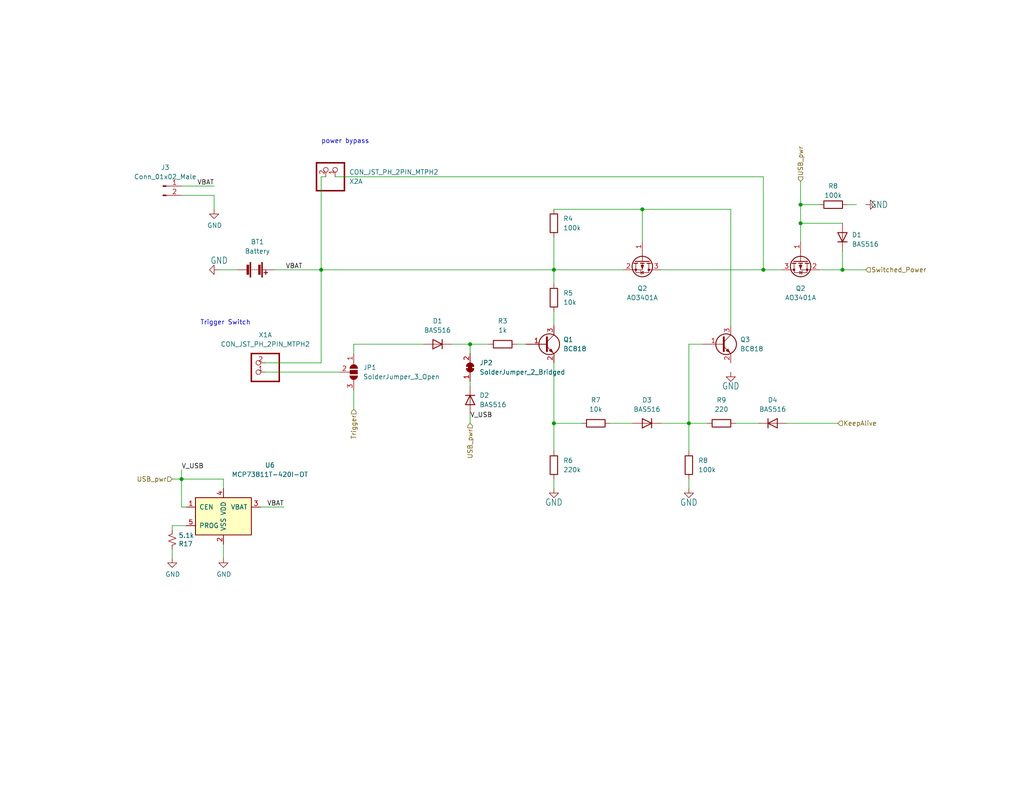
<source format=kicad_sch>
(kicad_sch (version 20230121) (generator eeschema)
  (paper "USLetter")
  (lib_symbols
    (symbol "Battery_Management:MCP73811T-420I-OT" (pin_names (offset 1.016))
      (property "Reference" "U" (at -6.35 6.35 0))
      (property "Value" "MCP73811T-420I-OT" (at 1.27 6.35 0))
      (symbol "MCP73811T-420I-OT_0_1"
        (rectangle (start -7.62 5.08) (end 7.62 -5.08) (stroke (width 0.254)) (fill (type background)))
      )
      (symbol "MCP73811T-420I-OT_1_1"
        (pin input line (at -10.16 2.54 0) (length 2.54) (name "CEN") (number "1"))
        (pin power_in line (at 0 -7.62 90) (length 2.54) (name "VSS") (number "2"))
        (pin power_out line (at 10.16 2.54 180) (length 2.54) (name "VBAT") (number "3"))
        (pin power_in line (at 0 7.62 270) (length 2.54) (name "VDD") (number "4"))
        (pin input line (at -10.16 -2.54 0) (length 2.54) (name "PROG") (number "5"))
      )
    )
    (symbol "Connector:Conn_01x02_Male" (pin_names (offset 1.016) hide)
      (property "Reference" "J" (at 0 2.54 0))
      (property "Value" "Conn_01x02_Male" (at 0 -5.08 0))
      (symbol "Conn_01x02_Male_1_1"
        (polyline (pts (xy 1.27 -2.54) (xy 0.8636 -2.54)) (stroke (width 0.1524)))
        (polyline (pts (xy 1.27 0) (xy 0.8636 0)) (stroke (width 0.1524)))
        (rectangle (start 0.8636 -2.413) (end 0 -2.667) (stroke (width 0.1524)) (fill (type outline)))
        (rectangle (start 0.8636 0.127) (end 0 -0.127) (stroke (width 0.1524)) (fill (type outline)))
        (pin passive line (at 5.08 0 180) (length 3.81) (name "Pin_1") (number "1"))
        (pin passive line (at 5.08 -2.54 180) (length 3.81) (name "Pin_2") (number "2"))
      )
    )
    (symbol "ControllerBoard-eagle-import:CON_JST_PH_2PIN_MTPH2"
      (property "Reference" "X" (at 0 5.588 90))
      (property "Value" "CON_JST_PH_2PIN_MTPH2" (at 1.651 5.588 90))
      (symbol "CON_JST_PH_2PIN_MTPH2_1_0"
        (polyline (pts (xy -6.35 -2.54) (xy 1.27 -2.54)) (stroke (width 0.4064)))
        (polyline (pts (xy -6.35 5.08) (xy -6.35 -2.54)) (stroke (width 0.4064)))
        (polyline (pts (xy 1.27 -2.54) (xy 1.27 5.08)) (stroke (width 0.4064)))
        (polyline (pts (xy 1.27 5.08) (xy -6.35 5.08)) (stroke (width 0.4064)))
        (pin passive inverted (at -2.54 2.54 0) (length 2.54) (name "1") (number "1"))
        (pin passive inverted (at -2.54 0 0) (length 2.54) (name "2") (number "2"))
      )
      (symbol "CON_JST_PH_2PIN_MTPH2_2_0"
        (circle (center 0 3.81) (radius 1.27) (stroke (width 0.254)))
        (pin bidirectional line (at 0 0 90) (length 2.54) (name "P$1") (number "NC2"))
      )
      (symbol "CON_JST_PH_2PIN_MTPH2_3_0"
        (circle (center 0 3.81) (radius 1.27) (stroke (width 0.254)))
        (pin bidirectional line (at 0 0 90) (length 2.54) (name "P$1") (number "NC1"))
      )
    )
    (symbol "Device:Battery" (pin_numbers hide) (pin_names (offset 0) hide)
      (property "Reference" "BT" (at 2.54 2.54 0))
      (property "Value" "Battery" (at 2.54 0 0))
      (symbol "Battery_0_1"
        (rectangle (start -2.032 -1.397) (end 2.032 -1.651) (fill (type outline)))
        (rectangle (start -2.032 1.778) (end 2.032 1.524) (fill (type outline)))
        (rectangle (start -1.3208 -1.9812) (end 1.27 -2.4892) (fill (type outline)))
        (rectangle (start -1.3208 1.1938) (end 1.27 0.6858) (fill (type outline)))
        (polyline (pts (xy 0 -1.524) (xy 0 -1.27)))
        (polyline (pts (xy 0 -1.016) (xy 0 -0.762)))
        (polyline (pts (xy 0 -0.508) (xy 0 -0.254)))
        (polyline (pts (xy 0 0) (xy 0 0.254)))
        (polyline (pts (xy 0 0.508) (xy 0 0.762)))
        (polyline (pts (xy 0 1.778) (xy 0 2.54)))
        (polyline (pts (xy 0.254 2.667) (xy 1.27 2.667)) (stroke (width 0.254)))
        (polyline (pts (xy 0.762 3.175) (xy 0.762 2.159)) (stroke (width 0.254)))
      )
      (symbol "Battery_1_1"
        (pin passive line (at 0 5.08 270) (length 2.54) (name "+") (number "1"))
        (pin passive line (at 0 -5.08 90) (length 2.54) (name "-") (number "2"))
      )
    )
    (symbol "Device:R" (pin_numbers hide) (pin_names (offset 0))
      (property "Reference" "R" (at 2.032 0 90))
      (property "Value" "R" (at 0 0 90))
      (symbol "R_0_1"
        (rectangle (start -1.016 -2.54) (end 1.016 2.54) (stroke (width 0.254)))
      )
      (symbol "R_1_1"
        (pin passive line (at 0 3.81 270) (length 1.27) (name "~") (number "1"))
        (pin passive line (at 0 -3.81 90) (length 1.27) (name "~") (number "2"))
      )
    )
    (symbol "Diode:BAS516" (pin_numbers hide) (pin_names (offset 1.016) hide)
      (property "Reference" "D" (at 0 2.54 0))
      (property "Value" "BAS516" (at 0 -2.54 0))
      (symbol "BAS516_0_1"
        (polyline (pts (xy -1.27 1.27) (xy -1.27 -1.27)) (stroke (width 0.254)))
        (polyline (pts (xy 1.27 0) (xy -1.27 0)))
        (polyline (pts (xy 1.27 1.27) (xy 1.27 -1.27) (xy -1.27 0) (xy 1.27 1.27)) (stroke (width 0.254)))
      )
      (symbol "BAS516_1_1"
        (pin passive line (at -3.81 0 0) (length 2.54) (name "K") (number "1"))
        (pin passive line (at 3.81 0 180) (length 2.54) (name "A") (number "2"))
      )
    )
    (symbol "Jumper:SolderJumper_2_Bridged" (pin_names (offset 0) hide)
      (property "Reference" "JP" (at 0 2.032 0))
      (property "Value" "SolderJumper_2_Bridged" (at 0 -2.54 0))
      (symbol "SolderJumper_2_Bridged_0_1"
        (rectangle (start -0.508 0.508) (end 0.508 -0.508) (fill (type outline)))
        (arc (start -0.254 1.016) (mid -1.2656 0) (end -0.254 -1.016))
        (arc (start -0.254 1.016) (mid -1.2656 0) (end -0.254 -1.016) (fill (type outline)))
        (polyline (pts (xy -0.254 1.016) (xy -0.254 -1.016)))
        (polyline (pts (xy 0.254 1.016) (xy 0.254 -1.016)))
        (arc (start 0.254 -1.016) (mid 1.2656 0) (end 0.254 1.016))
        (arc (start 0.254 -1.016) (mid 1.2656 0) (end 0.254 1.016) (fill (type outline)))
      )
      (symbol "SolderJumper_2_Bridged_1_1"
        (pin passive line (at -3.81 0 0) (length 2.54) (name "A") (number "1"))
        (pin passive line (at 3.81 0 180) (length 2.54) (name "B") (number "2"))
      )
    )
    (symbol "Jumper:SolderJumper_3_Open" (pin_names (offset 0) hide)
      (property "Reference" "JP" (at -2.54 -2.54 0))
      (property "Value" "SolderJumper_3_Open" (at 0 2.794 0))
      (symbol "SolderJumper_3_Open_0_1"
        (arc (start -1.016 1.016) (mid -2.0276 0) (end -1.016 -1.016))
        (arc (start -1.016 1.016) (mid -2.0276 0) (end -1.016 -1.016) (fill (type outline)))
        (rectangle (start -0.508 1.016) (end 0.508 -1.016) (fill (type outline)))
        (polyline (pts (xy -2.54 0) (xy -2.032 0)))
        (polyline (pts (xy -1.016 1.016) (xy -1.016 -1.016)))
        (polyline (pts (xy 0 -1.27) (xy 0 -1.016)))
        (polyline (pts (xy 1.016 1.016) (xy 1.016 -1.016)))
        (polyline (pts (xy 2.54 0) (xy 2.032 0)))
        (arc (start 1.016 -1.016) (mid 2.0276 0) (end 1.016 1.016))
        (arc (start 1.016 -1.016) (mid 2.0276 0) (end 1.016 1.016) (fill (type outline)))
      )
      (symbol "SolderJumper_3_Open_1_1"
        (pin passive line (at -5.08 0 0) (length 2.54) (name "A") (number "1"))
        (pin passive line (at 0 -3.81 90) (length 2.54) (name "C") (number "2"))
        (pin passive line (at 5.08 0 180) (length 2.54) (name "B") (number "3"))
      )
    )
    (symbol "Transistor_BJT:BC818" (pin_names (offset 0) hide)
      (property "Reference" "Q" (at 5.08 1.905 0))
      (property "Value" "BC818" (at 5.08 0 0))
      (symbol "BC818_0_1"
        (polyline (pts (xy 0.635 0.635) (xy 2.54 2.54)))
        (polyline (pts (xy 0.635 -0.635) (xy 2.54 -2.54) (xy 2.54 -2.54)))
        (polyline (pts (xy 0.635 1.905) (xy 0.635 -1.905) (xy 0.635 -1.905)) (stroke (width 0.508)))
        (polyline (pts (xy 1.27 -1.778) (xy 1.778 -1.27) (xy 2.286 -2.286) (xy 1.27 -1.778) (xy 1.27 -1.778)) (fill (type outline)))
        (circle (center 1.27 0) (radius 2.8194) (stroke (width 0.254)))
      )
      (symbol "BC818_1_1"
        (pin input line (at -5.08 0 0) (length 5.715) (name "B") (number "1"))
        (pin passive line (at 2.54 -5.08 90) (length 2.54) (name "E") (number "2"))
        (pin passive line (at 2.54 5.08 270) (length 2.54) (name "C") (number "3"))
      )
    )
    (symbol "Transistor_FET:AO3401A" (pin_names hide)
      (property "Reference" "Q" (at 5.08 1.905 0))
      (property "Value" "AO3401A" (at 5.08 0 0))
      (symbol "AO3401A_0_1"
        (polyline (pts (xy 0.254 0) (xy -2.54 0)))
        (polyline (pts (xy 0.254 1.905) (xy 0.254 -1.905)) (stroke (width 0.254)))
        (polyline (pts (xy 0.762 -1.27) (xy 0.762 -2.286)) (stroke (width 0.254)))
        (polyline (pts (xy 0.762 0.508) (xy 0.762 -0.508)) (stroke (width 0.254)))
        (polyline (pts (xy 0.762 2.286) (xy 0.762 1.27)) (stroke (width 0.254)))
        (polyline (pts (xy 2.54 2.54) (xy 2.54 1.778)))
        (polyline (pts (xy 2.54 -2.54) (xy 2.54 0) (xy 0.762 0)))
        (polyline (pts (xy 0.762 1.778) (xy 3.302 1.778) (xy 3.302 -1.778) (xy 0.762 -1.778)))
        (polyline (pts (xy 2.286 0) (xy 1.27 0.381) (xy 1.27 -0.381) (xy 2.286 0)) (fill (type outline)))
        (polyline (pts (xy 2.794 -0.508) (xy 2.921 -0.381) (xy 3.683 -0.381) (xy 3.81 -0.254)))
        (polyline (pts (xy 3.302 -0.381) (xy 2.921 0.254) (xy 3.683 0.254) (xy 3.302 -0.381)))
        (circle (center 1.651 0) (radius 2.794) (stroke (width 0.254)))
        (circle (center 2.54 -1.778) (radius 0.254) (fill (type outline)))
        (circle (center 2.54 1.778) (radius 0.254) (fill (type outline)))
      )
      (symbol "AO3401A_1_1"
        (pin input line (at -5.08 0 0) (length 2.54) (name "G") (number "1"))
        (pin passive line (at 2.54 -5.08 90) (length 2.54) (name "S") (number "2"))
        (pin passive line (at 2.54 5.08 270) (length 2.54) (name "D") (number "3"))
      )
    )
    (symbol "power:GND" (power) (pin_names (offset 0))
      (property "Value" "GND" (at 0 -3.81 0))
      (symbol "GND_0_1"
        (polyline (pts (xy 0 0) (xy 0 -1.27) (xy 1.27 -1.27) (xy 0 -2.54) (xy -1.27 -1.27) (xy 0 -1.27)))
      )
      (symbol "GND_1_1"
        (pin power_in line (at 0 0 270) (length 0) hide (name "GND") (number "1"))
      )
    )
    (symbol "temp-sensor-rescue:GND-power-temp-sensor-rescue" (power) (pin_names (offset 0))
      (property "Value" "GND-power-temp-sensor-rescue" (at 0 -3.81 0))
      (symbol "GND-power-temp-sensor-rescue_0_1"
        (polyline (pts (xy 0 0) (xy 0 -1.27) (xy 1.27 -1.27) (xy 0 -2.54) (xy -1.27 -1.27) (xy 0 -1.27)))
      )
      (symbol "GND-power-temp-sensor-rescue_1_1"
        (pin power_in line (at 0 0 270) (length 0) hide (name "GND") (number "1"))
      )
    )
    (symbol "temp-sensor-rescue:R_Small_US-Device-temp-sensor-rescue" (pin_numbers hide) (pin_names (offset 0.254) hide)
      (property "Reference" "R" (at 0.762 0.508 0))
      (property "Value" "R_Small_US-Device-temp-sensor-rescue" (at 0.762 -1.016 0))
      (symbol "R_Small_US-Device-temp-sensor-rescue_1_1"
        (polyline (pts (xy 0 0) (xy 1.016 -0.381) (xy 0 -0.762) (xy -1.016 -1.143) (xy 0 -1.524)))
        (polyline (pts (xy 0 1.524) (xy 1.016 1.143) (xy 0 0.762) (xy -1.016 0.381) (xy 0 0)))
        (pin passive line (at 0 2.54 270) (length 1.016) (name "~") (number "1"))
        (pin passive line (at 0 -2.54 90) (length 1.016) (name "~") (number "2"))
      )
    )
  )
  (junction (at 187.96 115.57))
  (junction (at 151.13 115.57))
  (junction (at 151.13 73.66))
  (junction (at 218.44 60.96))
  (junction (at 218.44 55.88))
  (junction (at 128.27 93.98))
  (junction (at 87.63 73.66))
  (junction (at 229.87 73.66))
  (junction (at 49.53 130.81))
  (junction (at 208.28 73.66))
  (junction (at 175.26 57.15))
  (wire (pts (xy 87.63 73.66) (xy 87.63 99.06)))
  (wire (pts (xy 128.27 96.52) (xy 128.27 93.98)))
  (wire (pts (xy 96.52 93.98) (xy 115.57 93.98)))
  (wire (pts (xy 166.37 115.57) (xy 172.72 115.57)))
  (wire (pts (xy 180.34 73.66) (xy 208.28 73.66)))
  (wire (pts (xy 46.99 144.78) (xy 46.99 143.51)))
  (wire (pts (xy 151.13 130.81) (xy 151.13 133.35)))
  (wire (pts (xy 187.96 130.81) (xy 187.96 133.35)))
  (wire (pts (xy 58.42 53.34) (xy 49.53 53.34)))
  (wire (pts (xy 151.13 64.77) (xy 151.13 73.66)))
  (wire (pts (xy 187.96 123.19) (xy 187.96 115.57)))
  (wire (pts (xy 58.42 57.15) (xy 58.42 53.34)))
  (wire (pts (xy 96.52 93.98) (xy 96.52 96.52)))
  (wire (pts (xy 87.63 73.66) (xy 151.13 73.66)))
  (wire (pts (xy 49.53 130.81) (xy 49.53 128.27)))
  (wire (pts (xy 49.53 138.43) (xy 50.8 138.43)))
  (wire (pts (xy 218.44 55.88) (xy 218.44 60.96)))
  (wire (pts (xy 87.63 48.26) (xy 87.63 73.66)))
  (wire (pts (xy 218.44 55.88) (xy 223.52 55.88)))
  (wire (pts (xy 151.13 115.57) (xy 151.13 123.19)))
  (wire (pts (xy 187.96 93.98) (xy 191.77 93.98)))
  (wire (pts (xy 228.6 115.57) (xy 214.63 115.57)))
  (wire (pts (xy 96.52 111.76) (xy 96.52 106.68)))
  (wire (pts (xy 151.13 85.09) (xy 151.13 88.9)))
  (wire (pts (xy 151.13 57.15) (xy 175.26 57.15)))
  (wire (pts (xy 128.27 93.98) (xy 133.35 93.98)))
  (wire (pts (xy 59.69 73.66) (xy 64.77 73.66)))
  (wire (pts (xy 151.13 73.66) (xy 170.18 73.66)))
  (wire (pts (xy 128.27 113.03) (xy 128.27 115.57)))
  (wire (pts (xy 151.13 99.06) (xy 151.13 115.57)))
  (wire (pts (xy 60.96 130.81) (xy 60.96 133.35)))
  (wire (pts (xy 208.28 48.26) (xy 208.28 73.66)))
  (wire (pts (xy 72.39 101.6) (xy 92.71 101.6)))
  (wire (pts (xy 60.96 152.4) (xy 60.96 148.59)))
  (wire (pts (xy 199.39 57.15) (xy 199.39 88.9)))
  (wire (pts (xy 151.13 77.47) (xy 151.13 73.66)))
  (wire (pts (xy 46.99 143.51) (xy 50.8 143.51)))
  (wire (pts (xy 231.14 55.88) (xy 233.68 55.88)))
  (wire (pts (xy 71.12 138.43) (xy 77.47 138.43)))
  (wire (pts (xy 123.19 93.98) (xy 128.27 93.98)))
  (wire (pts (xy 91.44 48.26) (xy 208.28 48.26)))
  (wire (pts (xy 72.39 99.06) (xy 87.63 99.06)))
  (wire (pts (xy 229.87 73.66) (xy 223.52 73.66)))
  (wire (pts (xy 46.99 149.86) (xy 46.99 152.4)))
  (wire (pts (xy 87.63 48.26) (xy 88.9 48.26)))
  (wire (pts (xy 180.34 115.57) (xy 187.96 115.57)))
  (wire (pts (xy 175.26 57.15) (xy 199.39 57.15)))
  (wire (pts (xy 46.99 130.81) (xy 49.53 130.81)))
  (wire (pts (xy 218.44 60.96) (xy 218.44 66.04)))
  (wire (pts (xy 140.97 93.98) (xy 143.51 93.98)))
  (wire (pts (xy 200.66 115.57) (xy 207.01 115.57)))
  (wire (pts (xy 229.87 73.66) (xy 236.22 73.66)))
  (wire (pts (xy 208.28 73.66) (xy 213.36 73.66)))
  (wire (pts (xy 175.26 57.15) (xy 175.26 66.04)))
  (wire (pts (xy 229.87 68.58) (xy 229.87 73.66)))
  (wire (pts (xy 218.44 60.96) (xy 229.87 60.96)))
  (wire (pts (xy 187.96 115.57) (xy 193.04 115.57)))
  (wire (pts (xy 218.44 49.53) (xy 218.44 55.88)))
  (wire (pts (xy 60.96 130.81) (xy 49.53 130.81)))
  (wire (pts (xy 49.53 50.8) (xy 58.42 50.8)))
  (wire (pts (xy 151.13 115.57) (xy 158.75 115.57)))
  (wire (pts (xy 49.53 130.81) (xy 49.53 138.43)))
  (wire (pts (xy 74.93 73.66) (xy 87.63 73.66)))
  (wire (pts (xy 187.96 93.98) (xy 187.96 115.57)))
  (wire (pts (xy 128.27 105.41) (xy 128.27 104.14)))
  (text "Trigger Switch" (at 54.61 88.9 0) (effects (font (size 1.27 1.27)) (justify left bottom)))
  (text "power bypass\n" (at 87.63 39.37 0) (effects (font (size 1.27 1.27)) (justify left bottom)))
  (label "V_USB" (at 128.27 114.3 0))
  (label "VBAT" (at 82.55 73.66 180))
  (label "VBAT" (at 58.42 50.8 180))
  (label "VBAT" (at 77.47 138.43 180))
  (label "V_USB" (at 49.53 128.27 0))
  (hierarchical_label "USB_pwr" (shape input) (at 128.27 115.57 270) (property "Intersheetrefs" "${INTERSHEET_REFS}" (effects hide)))
  (hierarchical_label "USB_pwr" (shape input) (at 218.44 49.53 90) (property "Intersheetrefs" "${INTERSHEET_REFS}" (effects hide)))
  (hierarchical_label "USB_pwr" (shape input) (at 46.99 130.81 180) (property "Intersheetrefs" "${INTERSHEET_REFS}" (effects hide)))
  (hierarchical_label "KeepAlive" (shape input) (at 228.6 115.57 0) (property "Intersheetrefs" "${INTERSHEET_REFS}" (effects hide)))
  (hierarchical_label "Switched_Power" (shape input) (at 236.22 73.66 0))
  (hierarchical_label "Trigger" (shape input) (at 96.52 111.76 270) (property "Intersheetrefs" "${INTERSHEET_REFS}" (effects hide)))
  (symbol (lib_id "Battery_Management:MCP73811T-420I-OT") (at 60.96 140.97 0) (unit 1)
    (property "Reference" "U6" (at 73.66 127 0))
    (property "Value" "MCP73811T-420I-OT" (at 73.66 129.54 0))
    (property "Footprint" "Package_TO_SOT_SMD:SOT-23-5" (effects hide))
    (property "Datasheet" "http://ww1.microchip.com/downloads/en/DeviceDoc/22036b.pdf" (effects hide))
    (instances (project "ControllerBoard" (path "" (reference "U6") (unit 1)) (path "" (reference "U5") (unit 1))) (project "temp sensor" (path "" (reference "U8") (unit 1))))
  )
  (symbol (lib_id "power:GND") (at 187.96 133.35 0) (unit 1)
    (property "Reference" "#GND02" (effects hide))
    (property "Value" "GND" (at 187.96 137.16 0) (effects (font (size 1.778 1.5113))))
    (property "Footprint" "ControllerBoard:" (effects hide))
    (instances (project "ControllerBoard" (path "" (reference "#GND02") (unit 1)) (path "" (reference "#GND03") (unit 1))))
  )
  (symbol (lib_id "temp-sensor-rescue:R_Small_US-Device-temp-sensor-rescue") (at 46.99 147.32 0) (mirror x) (unit 1)
    (property "Reference" "R17" (at 48.7172 148.4884 0) (effects (justify left)))
    (property "Value" "5.1k" (at 48.7172 146.177 0) (effects (justify left)))
    (property "Footprint" "Resistor_SMD:R_0402_1005Metric" (effects hide))
    (property "Datasheet" "https://www.mouser.com/datasheet/2/447/Yageo_03_18_2021_PYu_RC_Group_51_RoHS_L_11-2199992.pdf" (effects hide))
    (property "Description" "Thick Film Resistors - SMD 5.1K ohm 1%" (effects hide))
    (property "Manufacturer_Name" "Bourns" (effects hide))
    (property "Manufacturer_Part_Number" "CR0603-FX-5101ELF" (effects hide))
    (property "Mouser Part Number" "652-CR0603FX-5101ELF" (effects hide))
    (property "Mouser Price/Stock" "$0.10/78000" (effects hide))
    (property "PARTREV" "V3" (effects hide))
    (property "Configuration" "all" (effects hide))
    (instances (project "ControllerBoard" (path "" (reference "R17") (unit 1)) (path "" (reference "R17") (unit 1))) (project "temp sensor" (path "" (reference "R18") (unit 1))))
  )
  (symbol (lib_id "Device:R") (at 151.13 127 180) (unit 1)
    (property "Reference" "R6" (at 153.67 125.7299 0) (effects (justify right)))
    (property "Value" "220k" (at 153.67 128.2699 0) (effects (justify right)))
    (property "Footprint" "Resistor_SMD:R_0603_1608Metric_Pad0.98x0.95mm_HandSolder" (effects hide))
  )
  (symbol (lib_id "Diode:BAS516") (at 119.38 93.98 180) (unit 1)
    (property "Reference" "D1" (at 119.38 87.63 0))
    (property "Value" "BAS516" (at 119.38 90.17 0))
    (property "Footprint" "Diode_SMD:D_SOD-523" (effects hide))
    (property "Datasheet" "https://assets.nexperia.com/documents/data-sheet/BAS16_SER.pdf" (effects hide))
  )
  (symbol (lib_id "Transistor_FET:AO3401A") (at 218.44 71.12 90) (mirror x) (unit 1)
    (property "Reference" "Q2" (at 218.44 78.74 90))
    (property "Value" "AO3401A" (at 218.44 81.28 90))
    (property "Footprint" "Package_TO_SOT_SMD:SOT-23" (effects hide))
    (property "Datasheet" "http://www.aosmd.com/pdfs/datasheet/AO3401A.pdf" (effects hide))
    (instances (project "ControllerBoard" (path "" (reference "Q2") (unit 1)) (path "" (reference "Q4") (unit 1))))
  )
  (symbol (lib_id "Device:R") (at 196.85 115.57 270) (unit 1)
    (property "Reference" "R9" (at 196.85 109.22 90))
    (property "Value" "220" (at 196.85 111.76 90))
    (property "Footprint" "Resistor_SMD:R_0603_1608Metric_Pad0.98x0.95mm_HandSolder" (effects hide))
  )
  (symbol (lib_id "temp-sensor-rescue:GND-power-temp-sensor-rescue") (at 60.96 152.4 0) (unit 1)
    (property "Reference" "#PWR022" (effects hide))
    (property "Value" "GND" (at 61.087 156.7942 0))
    (instances (project "ControllerBoard" (path "" (reference "#PWR022") (unit 1)) (path "" (reference "#PWR09") (unit 1))) (project "temp sensor" (path "" (reference "#PWR030") (unit 1))))
  )
  (symbol (lib_id "Transistor_FET:AO3401A") (at 175.26 71.12 270) (unit 1)
    (property "Reference" "Q2" (at 175.26 78.74 90))
    (property "Value" "AO3401A" (at 175.26 81.28 90))
    (property "Footprint" "Package_TO_SOT_SMD:SOT-23" (effects hide))
    (property "Datasheet" "http://www.aosmd.com/pdfs/datasheet/AO3401A.pdf" (effects hide))
  )
  (symbol (lib_id "Diode:BAS516") (at 229.87 64.77 90) (unit 1)
    (property "Reference" "D1" (at 232.41 64.135 90) (effects (justify right)))
    (property "Value" "BAS516" (at 232.41 66.675 90) (effects (justify right)))
    (property "Footprint" "Diode_SMD:D_SOD-523" (effects hide))
    (property "Datasheet" "https://assets.nexperia.com/documents/data-sheet/BAS16_SER.pdf" (effects hide))
    (instances (project "ControllerBoard" (path "" (reference "D1") (unit 1)) (path "" (reference "D6") (unit 1))))
  )
  (symbol (lib_id "Device:R") (at 151.13 81.28 180) (unit 1)
    (property "Reference" "R5" (at 153.67 80.0099 0) (effects (justify right)))
    (property "Value" "10k" (at 153.67 82.5499 0) (effects (justify right)))
    (property "Footprint" "Resistor_SMD:R_0603_1608Metric_Pad0.98x0.95mm_HandSolder" (effects hide))
  )
  (symbol (lib_id "Device:R") (at 162.56 115.57 270) (unit 1)
    (property "Reference" "R7" (at 162.56 109.22 90))
    (property "Value" "10k" (at 162.56 111.76 90))
    (property "Footprint" "Resistor_SMD:R_0603_1608Metric_Pad0.98x0.95mm_HandSolder" (effects hide))
  )
  (symbol (lib_id "Connector:Conn_01x02_Male") (at 44.45 50.8 0) (unit 1)
    (property "Reference" "J3" (at 45.085 45.72 0))
    (property "Value" "Conn_01x02_Male" (at 45.085 48.26 0))
    (property "Footprint" "Connector_JST:JST_PH_S2B-PH-K_1x02_P2.00mm_Horizontal" (effects hide))
    (instances (project "ControllerBoard" (path "" (reference "J3") (unit 1)) (path "" (reference "J3") (unit 1))) (project "temp sensor" (path "" (reference "J4") (unit 1))))
  )
  (symbol (lib_id "temp-sensor-rescue:GND-power-temp-sensor-rescue") (at 46.99 152.4 0) (unit 1)
    (property "Reference" "#PWR021" (effects hide))
    (property "Value" "GND" (at 47.117 156.7942 0))
    (instances (project "ControllerBoard" (path "" (reference "#PWR021") (unit 1)) (path "" (reference "#PWR08") (unit 1))) (project "temp sensor" (path "" (reference "#PWR025") (unit 1))))
  )
  (symbol (lib_id "Device:R") (at 137.16 93.98 90) (unit 1)
    (property "Reference" "R3" (at 137.16 87.63 90))
    (property "Value" "1k" (at 137.16 90.17 90))
    (property "Footprint" "Resistor_SMD:R_0603_1608Metric_Pad0.98x0.95mm_HandSolder" (effects hide))
  )
  (symbol (lib_id "Diode:BAS516") (at 210.82 115.57 0) (unit 1)
    (property "Reference" "D4" (at 210.82 109.22 0))
    (property "Value" "BAS516" (at 210.82 111.76 0))
    (property "Footprint" "Diode_SMD:D_SOD-523" (effects hide))
    (property "Datasheet" "https://assets.nexperia.com/documents/data-sheet/BAS16_SER.pdf" (effects hide))
  )
  (symbol (lib_id "power:GND") (at 199.39 101.6 0) (unit 1)
    (property "Reference" "#GND03" (effects hide))
    (property "Value" "GND" (at 199.39 105.41 0) (effects (font (size 1.778 1.5113))))
    (property "Footprint" "ControllerBoard:" (effects hide))
    (instances (project "ControllerBoard" (path "" (reference "#GND03") (unit 1)) (path "" (reference "#GND05") (unit 1))))
  )
  (symbol (lib_id "ControllerBoard-eagle-import:CON_JST_PH_2PIN_MTPH2") (at 69.85 99.06 180) (unit 1)
    (property "Reference" "X1" (at 72.39 91.44 0))
    (property "Value" "CON_JST_PH_2PIN_MTPH2" (at 72.39 93.98 0))
    (property "Footprint" "Connector_JST:JST_EH_B2B-EH-A_1x02_P2.50mm_Vertical" (effects hide))
  )
  (symbol (lib_id "power:GND") (at 59.69 73.66 270) (unit 1)
    (property "Reference" "#GND0102" (effects hide))
    (property "Value" "GND" (at 62.23 71.12 90) (effects (font (size 1.778 1.5113)) (justify right)))
    (property "Footprint" "ControllerBoard:" (effects hide))
    (instances (project "ControllerBoard" (path "" (reference "#GND0102") (unit 1)) (path "" (reference "#GND01") (unit 1))))
  )
  (symbol (lib_id "Device:R") (at 187.96 127 180) (unit 1)
    (property "Reference" "R8" (at 190.5 125.7299 0) (effects (justify right)))
    (property "Value" "100k" (at 190.5 128.2699 0) (effects (justify right)))
    (property "Footprint" "Resistor_SMD:R_0603_1608Metric_Pad0.98x0.95mm_HandSolder" (effects hide))
  )
  (symbol (lib_id "Device:Battery") (at 69.85 73.66 270) (unit 1)
    (property "Reference" "BT1" (at 70.231 66.04 90))
    (property "Value" "Battery" (at 70.231 68.58 90))
    (property "Footprint" "Battery:BatteryHolder_Keystone_2460_1xAA" (effects hide))
    (property "Sim.Device" "V" (effects hide))
    (property "Sim.Type" "DC" (effects hide))
    (property "Sim.Pins" "1=+ 2=-" (effects hide))
    (property "Sim.Params" "dc=4.2" (effects hide))
  )
  (symbol (lib_id "Jumper:SolderJumper_2_Bridged") (at 128.27 100.33 90) (unit 1)
    (property "Reference" "JP2" (at 130.81 99.0599 90) (effects (justify right)))
    (property "Value" "SolderJumper_2_Bridged" (at 130.81 101.5999 90) (effects (justify right)))
    (property "Footprint" "Jumper:SolderJumper-2_P1.3mm_Bridged_Pad1.0x1.5mm" (effects hide))
  )
  (symbol (lib_id "Transistor_BJT:BC818") (at 196.85 93.98 0) (unit 1)
    (property "Reference" "Q3" (at 201.93 92.7099 0) (effects (justify left)))
    (property "Value" "BC818" (at 201.93 95.2499 0) (effects (justify left)))
    (property "Footprint" "Package_TO_SOT_SMD:SOT-23" (effects hide))
    (property "Datasheet" "https://www.onsemi.com/pub/Collateral/BC818-D.pdf" (effects hide))
  )
  (symbol (lib_id "Transistor_BJT:BC818") (at 148.59 93.98 0) (unit 1)
    (property "Reference" "Q1" (at 153.67 92.7099 0) (effects (justify left)))
    (property "Value" "BC818" (at 153.67 95.2499 0) (effects (justify left)))
    (property "Footprint" "Package_TO_SOT_SMD:SOT-23" (effects hide))
    (property "Datasheet" "https://www.onsemi.com/pub/Collateral/BC818-D.pdf" (effects hide))
  )
  (symbol (lib_id "Jumper:SolderJumper_3_Open") (at 96.52 101.6 270) (unit 1)
    (property "Reference" "JP1" (at 99.06 100.3299 90) (effects (justify left)))
    (property "Value" "SolderJumper_3_Open" (at 99.06 102.8699 90) (effects (justify left)))
    (property "Footprint" "Jumper:SolderJumper-3_P1.3mm_Open_Pad1.0x1.5mm_NumberLabels" (effects hide))
  )
  (symbol (lib_id "Diode:BAS516") (at 128.27 109.22 270) (unit 1)
    (property "Reference" "D2" (at 130.81 107.9499 90) (effects (justify left)))
    (property "Value" "BAS516" (at 130.81 110.4899 90) (effects (justify left)))
    (property "Footprint" "Diode_SMD:D_SOD-523" (effects hide))
    (property "Datasheet" "https://assets.nexperia.com/documents/data-sheet/BAS16_SER.pdf" (effects hide))
  )
  (symbol (lib_id "Diode:BAS516") (at 176.53 115.57 180) (unit 1)
    (property "Reference" "D3" (at 176.53 109.22 0))
    (property "Value" "BAS516" (at 176.53 111.76 0))
    (property "Footprint" "Diode_SMD:D_SOD-523" (effects hide))
    (property "Datasheet" "https://assets.nexperia.com/documents/data-sheet/BAS16_SER.pdf" (effects hide))
  )
  (symbol (lib_id "ControllerBoard-eagle-import:CON_JST_PH_2PIN_MTPH2") (at 88.9 45.72 270) (mirror x) (unit 1)
    (property "Reference" "X2" (at 95.25 49.5301 90) (effects (justify left)))
    (property "Value" "CON_JST_PH_2PIN_MTPH2" (at 95.25 46.9901 90) (effects (justify left)))
    (property "Footprint" "Connector_JST:JST_EH_B2B-EH-A_1x02_P2.50mm_Vertical" (effects hide))
  )
  (symbol (lib_id "temp-sensor-rescue:GND-power-temp-sensor-rescue") (at 58.42 57.15 0) (unit 1)
    (property "Reference" "#PWR023" (effects hide))
    (property "Value" "GND" (at 58.547 61.5442 0))
    (instances (project "ControllerBoard" (path "" (reference "#PWR023") (unit 1)) (path "" (reference "#PWR017") (unit 1))) (project "temp sensor" (path "" (reference "#PWR031") (unit 1))))
  )
  (symbol (lib_id "power:GND") (at 151.13 133.35 0) (unit 1)
    (property "Reference" "#GND01" (effects hide))
    (property "Value" "GND" (at 151.13 137.16 0) (effects (font (size 1.778 1.5113))))
    (property "Footprint" "ControllerBoard:" (effects hide))
    (instances (project "ControllerBoard" (path "" (reference "#GND01") (unit 1)) (path "" (reference "#GND02") (unit 1))))
  )
  (symbol (lib_id "power:GND") (at 236.22 55.88 90) (unit 1)
    (property "Reference" "#GND0102" (effects hide))
    (property "Value" "GND" (at 237.49 55.88 90) (effects (font (size 1.778 1.5113)) (justify right)))
    (property "Footprint" "ControllerBoard:" (effects hide))
    (instances (project "ControllerBoard" (path "" (reference "#GND0102") (unit 1)) (path "" (reference "#GND06") (unit 1))))
  )
  (symbol (lib_id "Device:R") (at 227.33 55.88 270) (unit 1)
    (property "Reference" "R8" (at 227.33 50.8 90))
    (property "Value" "100k" (at 227.33 53.34 90))
    (property "Footprint" "Resistor_SMD:R_0603_1608Metric_Pad0.98x0.95mm_HandSolder" (effects hide))
    (instances (project "ControllerBoard" (path "" (reference "R8") (unit 1)) (path "" (reference "R18") (unit 1))))
  )
  (symbol (lib_id "Device:R") (at 151.13 60.96 180) (unit 1)
    (property "Reference" "R4" (at 153.67 59.6899 0) (effects (justify right)))
    (property "Value" "100k" (at 153.67 62.2299 0) (effects (justify right)))
    (property "Footprint" "Resistor_SMD:R_0603_1608Metric_Pad0.98x0.95mm_HandSolder" (effects hide))
  )
)
</source>
